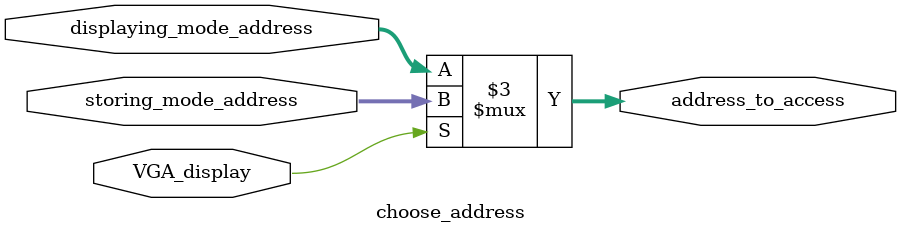
<source format=v>
module VGA_controller(CLK,VGA_display,reading_X,reading_Y,sending_X,sending_Y,X_to_translate,Y_to_translate);
input VGA_display;
input CLK;
input [7:0]reading_X,sending_X;
input [6:0]reading_Y,sending_Y;
output reg [7:0]X_to_translate;
output reg [6:0]Y_to_translate;

always@(posedge CLK)
begin
	
	if(VGA_display==1'b1)
		begin 
		X_to_translate<=sending_X;
		Y_to_translate<=sending_Y;
		end
	else
		begin 
		X_to_translate<=reading_X;
		Y_to_translate<=reading_Y;
		end
 
end

endmodule 

//Address chooser-------------------------------------------------------------------------------------------------------//
module choose_address(VGA_display,storing_mode_address,displaying_mode_address,address_to_access);
input VGA_display;
input [14:0]storing_mode_address,displaying_mode_address;
output reg [14:0]address_to_access;
always@(*)
begin
	if(VGA_display)
	address_to_access=storing_mode_address;
	else
	address_to_access=displaying_mode_address;
end

endmodule 
</source>
